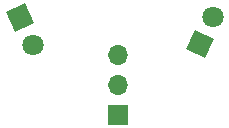
<source format=gtl>
G04 #@! TF.FileFunction,Copper,L1,Top,Signal*
%FSLAX46Y46*%
G04 Gerber Fmt 4.6, Leading zero omitted, Abs format (unit mm)*
G04 Created by KiCad (PCBNEW 4.0.7) date 09/06/18 00:22:22*
%MOMM*%
%LPD*%
G01*
G04 APERTURE LIST*
%ADD10C,0.100000*%
%ADD11R,1.700000X1.700000*%
%ADD12O,1.700000X1.700000*%
%ADD13C,1.800000*%
G04 APERTURE END LIST*
D10*
D11*
X163000000Y-100000000D03*
D12*
X163000000Y-97460000D03*
X163000000Y-94920000D03*
D10*
G36*
X153553967Y-91314679D02*
X155185321Y-90553967D01*
X155946033Y-92185321D01*
X154314679Y-92946033D01*
X153553967Y-91314679D01*
X153553967Y-91314679D01*
G37*
D13*
X155823450Y-94052022D03*
D10*
G36*
X170435321Y-95196033D02*
X168803967Y-94435321D01*
X169564679Y-92803967D01*
X171196033Y-93564679D01*
X170435321Y-95196033D01*
X170435321Y-95196033D01*
G37*
D13*
X171073450Y-91697978D03*
M02*

</source>
